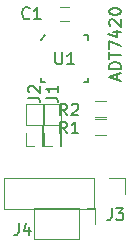
<source format=gbr>
G04 #@! TF.FileFunction,Legend,Top*
%FSLAX46Y46*%
G04 Gerber Fmt 4.6, Leading zero omitted, Abs format (unit mm)*
G04 Created by KiCad (PCBNEW 4.0.6) date 11/03/17 18:05:41*
%MOMM*%
%LPD*%
G01*
G04 APERTURE LIST*
%ADD10C,0.100000*%
%ADD11C,0.120000*%
%ADD12C,0.150000*%
G04 APERTURE END LIST*
D10*
D11*
X151136000Y-105144000D02*
X152136000Y-105144000D01*
X152136000Y-106504000D02*
X151136000Y-106504000D01*
X148940000Y-98390000D02*
X148240000Y-98390000D01*
X148240000Y-97190000D02*
X148940000Y-97190000D01*
X148207000Y-108986000D02*
X148267000Y-108986000D01*
X148267000Y-108986000D02*
X148267000Y-105456000D01*
X148267000Y-105456000D02*
X146877000Y-105456000D01*
X146877000Y-105456000D02*
X146877000Y-107221000D01*
X146877000Y-107221000D02*
X148207000Y-107221000D01*
X148207000Y-107221000D02*
X148207000Y-108986000D01*
X147572000Y-108986000D02*
X146877000Y-108986000D01*
X146877000Y-108986000D02*
X146877000Y-107856000D01*
X146683000Y-108986000D02*
X146743000Y-108986000D01*
X146743000Y-108986000D02*
X146743000Y-105456000D01*
X146743000Y-105456000D02*
X145353000Y-105456000D01*
X145353000Y-105456000D02*
X145353000Y-107221000D01*
X145353000Y-107221000D02*
X146683000Y-107221000D01*
X146683000Y-107221000D02*
X146683000Y-108986000D01*
X146048000Y-108986000D02*
X145353000Y-108986000D01*
X145353000Y-108986000D02*
X145353000Y-107856000D01*
X151130000Y-111700000D02*
X143450000Y-111700000D01*
X143450000Y-111700000D02*
X143450000Y-114360000D01*
X143450000Y-114360000D02*
X151130000Y-114360000D01*
X151130000Y-114360000D02*
X151130000Y-111700000D01*
X152400000Y-111700000D02*
X153730000Y-111700000D01*
X153730000Y-111700000D02*
X153730000Y-113030000D01*
X149860000Y-114240000D02*
X145990000Y-114240000D01*
X145990000Y-114240000D02*
X145990000Y-116900000D01*
X145990000Y-116900000D02*
X149860000Y-116900000D01*
X149860000Y-116900000D02*
X149860000Y-114240000D01*
X150495000Y-114240000D02*
X151190000Y-114240000D01*
X151190000Y-114240000D02*
X151190000Y-115570000D01*
X151136000Y-106668000D02*
X152136000Y-106668000D01*
X152136000Y-108028000D02*
X151136000Y-108028000D01*
D12*
X146590000Y-99975000D02*
X146965000Y-99600000D01*
X150215000Y-99600000D02*
X150590000Y-99600000D01*
X150590000Y-99600000D02*
X150590000Y-99975000D01*
X146965000Y-103600000D02*
X146590000Y-103600000D01*
X146590000Y-103600000D02*
X146590000Y-103225000D01*
X150215000Y-103600000D02*
X150590000Y-103600000D01*
X150590000Y-103600000D02*
X150590000Y-103225000D01*
X148802334Y-106403381D02*
X148469000Y-105927190D01*
X148230905Y-106403381D02*
X148230905Y-105403381D01*
X148611858Y-105403381D01*
X148707096Y-105451000D01*
X148754715Y-105498619D01*
X148802334Y-105593857D01*
X148802334Y-105736714D01*
X148754715Y-105831952D01*
X148707096Y-105879571D01*
X148611858Y-105927190D01*
X148230905Y-105927190D01*
X149183286Y-105498619D02*
X149230905Y-105451000D01*
X149326143Y-105403381D01*
X149564239Y-105403381D01*
X149659477Y-105451000D01*
X149707096Y-105498619D01*
X149754715Y-105593857D01*
X149754715Y-105689095D01*
X149707096Y-105831952D01*
X149135667Y-106403381D01*
X149754715Y-106403381D01*
X145629334Y-98147143D02*
X145581715Y-98194762D01*
X145438858Y-98242381D01*
X145343620Y-98242381D01*
X145200762Y-98194762D01*
X145105524Y-98099524D01*
X145057905Y-98004286D01*
X145010286Y-97813810D01*
X145010286Y-97670952D01*
X145057905Y-97480476D01*
X145105524Y-97385238D01*
X145200762Y-97290000D01*
X145343620Y-97242381D01*
X145438858Y-97242381D01*
X145581715Y-97290000D01*
X145629334Y-97337619D01*
X146581715Y-98242381D02*
X146010286Y-98242381D01*
X146296000Y-98242381D02*
X146296000Y-97242381D01*
X146200762Y-97385238D01*
X146105524Y-97480476D01*
X146010286Y-97528095D01*
X147024381Y-104887333D02*
X147738667Y-104887333D01*
X147881524Y-104934953D01*
X147976762Y-105030191D01*
X148024381Y-105173048D01*
X148024381Y-105268286D01*
X148024381Y-103887333D02*
X148024381Y-104458762D01*
X148024381Y-104173048D02*
X147024381Y-104173048D01*
X147167238Y-104268286D01*
X147262476Y-104363524D01*
X147310095Y-104458762D01*
X145500381Y-104887333D02*
X146214667Y-104887333D01*
X146357524Y-104934953D01*
X146452762Y-105030191D01*
X146500381Y-105173048D01*
X146500381Y-105268286D01*
X145595619Y-104458762D02*
X145548000Y-104411143D01*
X145500381Y-104315905D01*
X145500381Y-104077809D01*
X145548000Y-103982571D01*
X145595619Y-103934952D01*
X145690857Y-103887333D01*
X145786095Y-103887333D01*
X145928952Y-103934952D01*
X146500381Y-104506381D01*
X146500381Y-103887333D01*
X152574667Y-114260381D02*
X152574667Y-114974667D01*
X152527047Y-115117524D01*
X152431809Y-115212762D01*
X152288952Y-115260381D01*
X152193714Y-115260381D01*
X152955619Y-114260381D02*
X153574667Y-114260381D01*
X153241333Y-114641333D01*
X153384191Y-114641333D01*
X153479429Y-114688952D01*
X153527048Y-114736571D01*
X153574667Y-114831810D01*
X153574667Y-115069905D01*
X153527048Y-115165143D01*
X153479429Y-115212762D01*
X153384191Y-115260381D01*
X153098476Y-115260381D01*
X153003238Y-115212762D01*
X152955619Y-115165143D01*
X144700667Y-115530381D02*
X144700667Y-116244667D01*
X144653047Y-116387524D01*
X144557809Y-116482762D01*
X144414952Y-116530381D01*
X144319714Y-116530381D01*
X145605429Y-115863714D02*
X145605429Y-116530381D01*
X145367333Y-115482762D02*
X145129238Y-116197048D01*
X145748286Y-116197048D01*
X148802334Y-107927381D02*
X148469000Y-107451190D01*
X148230905Y-107927381D02*
X148230905Y-106927381D01*
X148611858Y-106927381D01*
X148707096Y-106975000D01*
X148754715Y-107022619D01*
X148802334Y-107117857D01*
X148802334Y-107260714D01*
X148754715Y-107355952D01*
X148707096Y-107403571D01*
X148611858Y-107451190D01*
X148230905Y-107451190D01*
X149754715Y-107927381D02*
X149183286Y-107927381D01*
X149469000Y-107927381D02*
X149469000Y-106927381D01*
X149373762Y-107070238D01*
X149278524Y-107165476D01*
X149183286Y-107213095D01*
X147828095Y-101052381D02*
X147828095Y-101861905D01*
X147875714Y-101957143D01*
X147923333Y-102004762D01*
X148018571Y-102052381D01*
X148209048Y-102052381D01*
X148304286Y-102004762D01*
X148351905Y-101957143D01*
X148399524Y-101861905D01*
X148399524Y-101052381D01*
X149399524Y-102052381D02*
X148828095Y-102052381D01*
X149113809Y-102052381D02*
X149113809Y-101052381D01*
X149018571Y-101195238D01*
X148923333Y-101290476D01*
X148828095Y-101338095D01*
X153074667Y-103353810D02*
X153074667Y-102877619D01*
X153360381Y-103449048D02*
X152360381Y-103115715D01*
X153360381Y-102782381D01*
X153360381Y-102449048D02*
X152360381Y-102449048D01*
X152360381Y-102210953D01*
X152408000Y-102068095D01*
X152503238Y-101972857D01*
X152598476Y-101925238D01*
X152788952Y-101877619D01*
X152931810Y-101877619D01*
X153122286Y-101925238D01*
X153217524Y-101972857D01*
X153312762Y-102068095D01*
X153360381Y-102210953D01*
X153360381Y-102449048D01*
X152360381Y-101591905D02*
X152360381Y-101020476D01*
X153360381Y-101306191D02*
X152360381Y-101306191D01*
X152360381Y-100782381D02*
X152360381Y-100115714D01*
X153360381Y-100544286D01*
X152693714Y-99306190D02*
X153360381Y-99306190D01*
X152312762Y-99544286D02*
X153027048Y-99782381D01*
X153027048Y-99163333D01*
X152455619Y-98830000D02*
X152408000Y-98782381D01*
X152360381Y-98687143D01*
X152360381Y-98449047D01*
X152408000Y-98353809D01*
X152455619Y-98306190D01*
X152550857Y-98258571D01*
X152646095Y-98258571D01*
X152788952Y-98306190D01*
X153360381Y-98877619D01*
X153360381Y-98258571D01*
X152360381Y-97639524D02*
X152360381Y-97544285D01*
X152408000Y-97449047D01*
X152455619Y-97401428D01*
X152550857Y-97353809D01*
X152741333Y-97306190D01*
X152979429Y-97306190D01*
X153169905Y-97353809D01*
X153265143Y-97401428D01*
X153312762Y-97449047D01*
X153360381Y-97544285D01*
X153360381Y-97639524D01*
X153312762Y-97734762D01*
X153265143Y-97782381D01*
X153169905Y-97830000D01*
X152979429Y-97877619D01*
X152741333Y-97877619D01*
X152550857Y-97830000D01*
X152455619Y-97782381D01*
X152408000Y-97734762D01*
X152360381Y-97639524D01*
M02*

</source>
